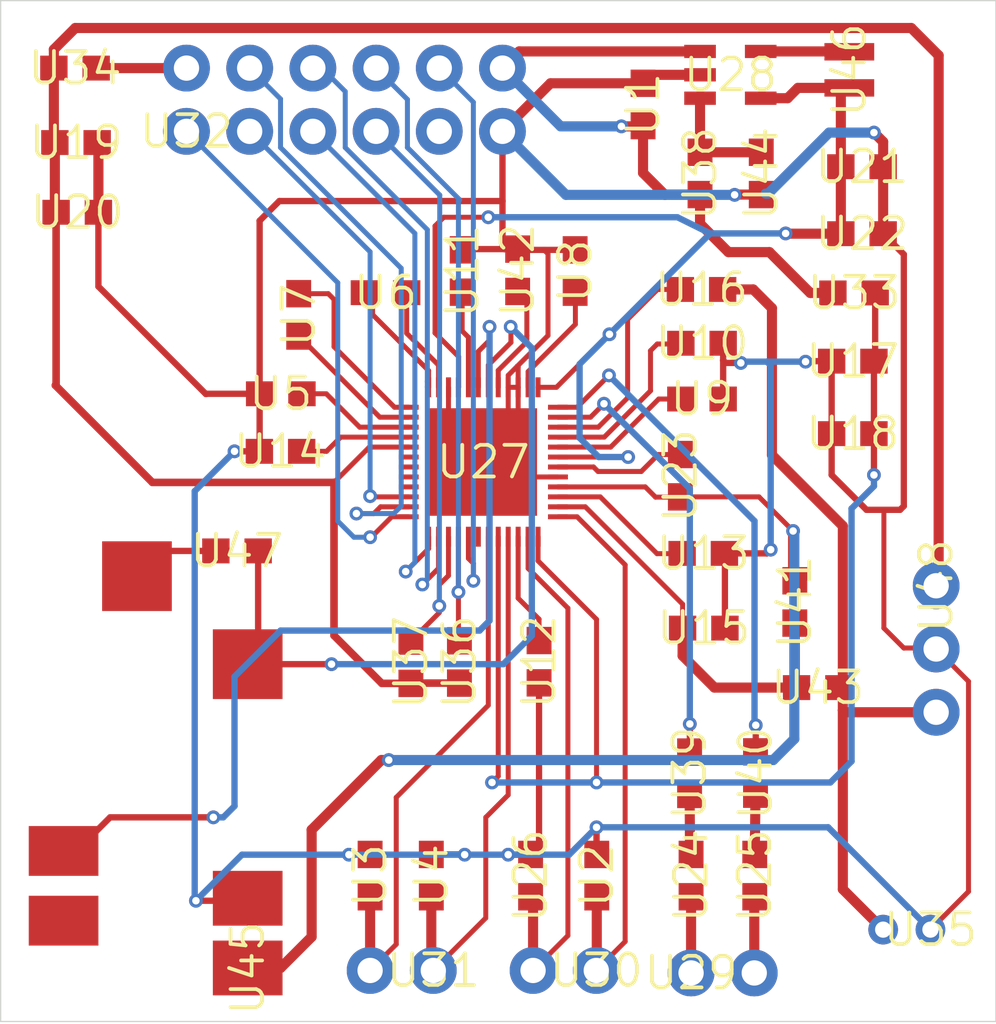
<source format=kicad_pcb>
(kicad_pcb (version 20241229) (generator "pcbnew") (generator_version "9.0")
  (layers (0 "F.Cu" signal "Top") (2 "B.Cu" signal "Bottom") (13 "F.Paste" user) (15 "B.Paste" user) (5 "F.SilkS" user) (7 "B.SilkS" user) (1 "F.Mask" user) (3 "B.Mask" user) (25 "Edge.Cuts" user))
  (net 0 "")
  (net 1 "GND")
  (net 2 "3.3V")
  (net 3 "5V")
  (net 4 "/SPKVDD")
  (net 5 "/SPOLN")
  (net 6 "Net-(C20-Pad2)")
  (net 7 "/SPORP")
  (net 8 "/SPORN")
  (net 9 "Net-(IC1-Pad42)")
  (net 10 "/XAUDIO_IRQ")
  (net 11 "/XAUDIO_SDA")
  (net 12 "/XADUIO_SCL")
  (net 13 "/XAUDIO_I2S0_MCLK")
  (net 14 "/XADUIO_I2S0_BCLK")
  (net 15 "/XADUIO_I2S0_LRCKL")
  (net 16 "/XAUDIO_I2S0_DIN")
  (net 17 "/XAUDIO_I2S0_DOUT")
  (net 18 "Net-(IC1-Pad33)")
  (net 19 "Net-(IC1-Pad32)")
  (net 20 "Net-(IC1-Pad31)")
  (net 21 "Net-(IC1-Pad30)")
  (net 22 "/3.3VDD")
  (net 23 "Net-(C22-Pad2)")
  (net 24 "Net-(C14-Pad1)")
  (net 25 "Net-(C16-Pad2)")
  (net 26 "Net-(C16-Pad1)")
  (net 27 "Net-(C15-Pad1)")
  (net 28 "Net-(C15-Pad2)")
  (net 29 "/1.8VDD")
  (net 30 "Net-(C2-Pad1)")
  (net 31 "/HPOR")
  (net 32 "/HPOL")
  (net 33 "/CPVREF")
  (net 34 "Net-(C17-Pad2)")
  (net 35 "/LOUTR")
  (net 36 "/LOUTL")
  (net 37 "Net-(C24-Pad2)")
  (net 38 "Net-(C19-Pad2)")
  (net 39 "Net-(C18-Pad2)")
  (net 40 "Net-(C6-Pad2)")
  (net 41 "/IN1P")
  (net 42 "Net-(C21-Pad2)")
  (net 43 "/MICBIAS1")
  (net 44 "/SPOLP")
  (net 45 "/IN2P")
  (net 46 "Net-(U1-Pad6)")
  (net 47 "Net-(R10-Pad2)")
  (net 48 "Net-(C8-Pad2)")
  (net 49 "Net-(C7-Pad2)")
  (net 50 "Net-(J4-Pad9)")
  (net 51 "Net-(C7-Pad1)")
  (net 52 "Net-(C8-Pad1)")
  (net 53 "Net-(IC2-Pad5)")
  (net 54 "Net-(IC2-Pad3)")
  (footprint "audioCodec:0603" (layer "F.Cu") (at 154.3211 88.6736 -90)
    (property "Reference" "U1")
    (property "Value" "")
  )
  (footprint "audioCodec:0603" (layer "F.Cu") (at 152.4611 119.6436 90)
    (property "Reference" "U2")
    (property "Value" "")
  )
  (footprint "audioCodec:0603" (layer "F.Cu") (at 143.3511 119.6436 90)
    (property "Reference" "U3")
    (property "Value" "")
  )
  (footprint "audioCodec:0603" (layer "F.Cu") (at 145.8111 119.6436 90)
    (property "Reference" "U4")
    (property "Value" "")
  )
  (footprint "audioCodec:0603" (layer "F.Cu") (at 139.7611 100.2936 180)
    (property "Reference" "U5")
    (property "Value" "")
  )
  (footprint "audioCodec:0603" (layer "F.Cu") (at 143.9711 96.2336)
    (property "Reference" "U6")
    (property "Value" "")
  )
  (footprint "audioCodec:0603" (layer "F.Cu") (at 140.4811 97.1236 -90)
    (property "Reference" "U7")
    (property "Value" "")
  )
  (footprint "audioCodec:0603" (layer "F.Cu") (at 151.5911 95.3636 -90)
    (property "Reference" "U8")
    (property "Value" "")
  )
  (footprint "audioCodec:0603" (layer "F.Cu") (at 156.6911 100.5036 180)
    (property "Reference" "U9")
    (property "Value" "")
  )
  (footprint "audioCodec:0603" (layer "F.Cu") (at 156.6911 98.2636 180)
    (property "Reference" "U10")
    (property "Value" "")
  )
  (footprint "audioCodec:0603" (layer "F.Cu") (at 147.0511 95.3636 90)
    (property "Reference" "U11")
    (property "Value" "")
  )
  (footprint "audioCodec:0603" (layer "F.Cu") (at 150.1411 111.0536 90)
    (property "Reference" "U12")
    (property "Value" "")
  )
  (footprint "audioCodec:0603" (layer "F.Cu") (at 156.7411 106.7036 180)
    (property "Reference" "U13")
    (property "Value" "")
  )
  (footprint "audioCodec:0603" (layer "F.Cu") (at 139.7511 102.6036)
    (property "Reference" "U14")
    (property "Value" "")
  )
  (footprint "audioCodec:0603" (layer "F.Cu") (at 156.7611 109.7036 180)
    (property "Reference" "U15")
    (property "Value" "")
  )
  (footprint "audioCodec:0603" (layer "F.Cu") (at 156.6711 96.1036 180)
    (property "Reference" "U16")
    (property "Value" "")
  )
  (footprint "audioCodec:0603" (layer "F.Cu") (at 162.7511 98.9836 180)
    (property "Reference" "U17")
    (property "Value" "")
  )
  (footprint "audioCodec:0603" (layer "F.Cu") (at 162.7511 101.8936 180)
    (property "Reference" "U18")
    (property "Value" "")
  )
  (footprint "audioCodec:0603" (layer "F.Cu") (at 131.5311 90.2036)
    (property "Reference" "U19")
    (property "Value" "")
  )
  (footprint "audioCodec:0603" (layer "F.Cu") (at 131.5811 93.0036)
    (property "Reference" "U20")
    (property "Value" "")
  )
  (footprint "audioCodec:0603" (layer "F.Cu") (at 163.1211 91.1736)
    (property "Reference" "U21")
    (property "Value" "")
  )
  (footprint "audioCodec:0603" (layer "F.Cu") (at 163.1211 93.8636)
    (property "Reference" "U22")
    (property "Value" "")
  )
  (footprint "audioCodec:0603" (layer "F.Cu") (at 155.8211 103.5836 90)
    (property "Reference" "U23")
    (property "Value" "")
  )
  (footprint "audioCodec:0603" (layer "F.Cu") (at 156.2511 119.6436 -90)
    (property "Reference" "U24")
    (property "Value" "")
  )
  (footprint "audioCodec:0603" (layer "F.Cu") (at 158.8111 119.6436 -90)
    (property "Reference" "U25")
    (property "Value" "")
  )
  (footprint "audioCodec:0603" (layer "F.Cu") (at 149.8011 119.6436 90)
    (property "Reference" "U26")
    (property "Value" "")
  )
  (footprint "audioCodec:QFN50P700X700X100-49N" (layer "F.Cu") (at 147.9011 103.0336 180)
    (property "Reference" "U27")
    (property "Value" "")
  )
  (footprint "audioCodec:SOT95P284X122-5N" (layer "F.Cu") (at 157.8311 87.4836)
    (property "Reference" "U28")
    (property "Value" "")
  )
  (footprint "audioCodec:1X02" (layer "F.Cu") (at 156.2511 123.5536)
    (property "Reference" "U29")
    (property "Value" "")
  )
  (footprint "audioCodec:1X02" (layer "F.Cu") (at 152.4411 123.4536 180)
    (property "Reference" "U30")
    (property "Value" "")
  )
  (footprint "audioCodec:1X02" (layer "F.Cu") (at 145.8911 123.4536 180)
    (property "Reference" "U31")
    (property "Value" "")
  )
  (footprint "audioCodec:2X6" (layer "F.Cu") (at 135.9711 89.7536)
    (property "Reference" "U32")
    (property "Value" "")
  )
  (footprint "audioCodec:0603" (layer "F.Cu") (at 162.8011 96.2436 180)
    (property "Reference" "U33")
    (property "Value" "")
  )
  (footprint "audioCodec:0603" (layer "F.Cu") (at 131.4911 87.2136)
    (property "Reference" "U34")
    (property "Value" "")
  )
  (footprint "audioCodec:CMC-2242PBL-A" (layer "F.Cu") (at 165.8711 121.8136 180)
    (property "Reference" "U35")
    (property "Value" "")
  )
  (footprint "audioCodec:0603" (layer "F.Cu") (at 146.9411 111.0636 90)
    (property "Reference" "U36")
    (property "Value" "")
  )
  (footprint "audioCodec:0603" (layer "F.Cu") (at 144.9911 111.0736 90)
    (property "Reference" "U37")
    (property "Value" "")
  )
  (footprint "audioCodec:0603" (layer "F.Cu") (at 156.6111 91.4436 90)
    (property "Reference" "U38")
    (property "Value" "")
  )
  (footprint "audioCodec:0603" (layer "F.Cu") (at 156.1911 115.5336 -90)
    (property "Reference" "U39")
    (property "Value" "")
  )
  (footprint "audioCodec:0603" (layer "F.Cu") (at 158.8411 115.5236 -90)
    (property "Reference" "U40")
    (property "Value" "")
  )
  (footprint "audioCodec:0603" (layer "F.Cu") (at 160.4211 108.6536 90)
    (property "Reference" "U41")
    (property "Value" "")
  )
  (footprint "audioCodec:0603" (layer "F.Cu") (at 149.2811 95.3336 90)
    (property "Reference" "U42")
    (property "Value" "")
  )
  (footprint "audioCodec:0603" (layer "F.Cu") (at 161.3411 112.0936)
    (property "Reference" "U43")
    (property "Value" "")
  )
  (footprint "audioCodec:0603" (layer "F.Cu") (at 159.0711 91.4436 90)
    (property "Reference" "U44")
    (property "Value" "")
  )
  (footprint "audioCodec:SJ-43514-SMT-TR" (layer "F.Cu") (at 138.4311 123.3536 90)
    (property "Reference" "U45")
    (property "Value" "")
  )
  (footprint "audioCodec:NRH2412T2R2MNGH" (layer "F.Cu") (at 162.6111 87.2836 -90)
    (property "Reference" "U46")
    (property "Value" "")
  )
  (footprint "audioCodec:0603" (layer "F.Cu") (at 138.0011 106.6036 180)
    (property "Reference" "U47")
    (property "Value" "")
  )
  (footprint "audioCodec:1X03" (layer "F.Cu") (at 166.1011 108.0036 -90)
    (property "Reference" "U48")
    (property "Value" "")
  )
  (gr_line (start 168.5011 84.5036) (end 128.5011 84.5036) (stroke (width 0.05)) (layer "Edge.Cuts"))
  (gr_line (start 168.5011 125.5036) (end 168.5011 84.5036) (stroke (width 0.05)) (layer "Edge.Cuts"))
  (gr_line (start 128.5011 125.5036) (end 168.5011 125.5036) (stroke (width 0.05)) (layer "Edge.Cuts"))
  (gr_line (start 128.5011 84.5036) (end 128.5011 125.5036) (stroke (width 0.05)) (layer "Edge.Cuts"))
  (segment (start 142.5111 118.7936) (end 142.5011 118.8036) (width 0.254) (layer "F.Cu") (net 1))
  (segment (start 150.6011 87.8236) (end 148.6711 89.7536) (width 0.4064) (layer "F.Cu") (net 1))
  (segment (start 132.4311 95.9836) (end 136.7511 100.3036) (width 0.254) (layer "F.Cu") (net 1))
  (segment (start 148.5311 103.6636) (end 147.9011 103.0336) (width 0.2) (layer "F.Cu") (net 1))
  (segment (start 136.7511 100.3036) (end 136.7611 100.2936) (width 0.254) (layer "F.Cu") (net 1))
  (segment (start 148.6711 89.7536) (end 148.6711 92.5536) (width 0.254) (layer "F.Cu") (net 1))
  (segment (start 161.9011 101.8936) (end 161.9011 98.9836) (width 0.254) (layer "F.Cu") (net 1))
  (segment (start 150.1411 118.4536) (end 149.8011 118.7936) (width 0.254) (layer "F.Cu") (net 1))
  (segment (start 137.8011 102.6036) (end 137.9011 102.6036) (width 0.254) (layer "F.Cu") (net 1))
  (segment (start 149.6511 101.2836) (end 149.3011 101.6336) (width 0.2) (layer "F.Cu") (net 1))
  (segment (start 132.4311 90.2536) (end 132.3811 90.2036) (width 0.4064) (layer "F.Cu") (net 1))
  (segment (start 154.6611 87.4836) (end 154.3211 87.8236) (width 0.4064) (layer "F.Cu") (net 1))
  (segment (start 149.2811 94.4836) (end 148.7511 94.4836) (width 0.254) (layer "F.Cu") (net 1))
  (segment (start 146.1511 101.2836) (end 146.3961 101.5286) (width 0.2) (layer "F.Cu") (net 1))
  (segment (start 148.6511 103.7836) (end 148.5311 103.6636) (width 0.2) (layer "F.Cu") (net 1))
  (segment (start 139.7011 92.5536) (end 146.1011 92.5536) (width 0.254) (layer "F.Cu") (net 1))
  (segment (start 132.4311 93.0036) (end 132.4311 95.9836) (width 0.254) (layer "F.Cu") (net 1))
  (segment (start 151.5911 94.5136) (end 150.3411 94.5136) (width 0.254) (layer "F.Cu") (net 1))
  (segment (start 138.9011 102.6036) (end 137.9011 102.6036) (width 0.254) (layer "F.Cu") (net 1))
  (segment (start 138.9111 100.2936) (end 138.9111 102.5936) (width 0.254) (layer "F.Cu") (net 1))
  (segment (start 164.0011 104.9536) (end 164.6511 104.9536) (width 0.254) (layer "F.Cu") (net 1))
  (segment (start 138.9111 102.5936) (end 138.9011 102.6036) (width 0.254) (layer "F.Cu") (net 1))
  (segment (start 161.9011 103.5536) (end 163.3011 104.9536) (width 0.254) (layer "F.Cu") (net 1))
  (segment (start 164.6511 104.9536) (end 164.8011 104.8036) (width 0.254) (layer "F.Cu") (net 1))
  (segment (start 150.1411 111.9036) (end 150.1411 118.4536) (width 0.254) (layer "F.Cu") (net 1))
  (segment (start 148.9911 101.9436) (end 147.9011 103.0336) (width 0.2) (layer "F.Cu") (net 1))
  (segment (start 148.6711 94.4036) (end 148.7511 94.4836) (width 0.254) (layer "F.Cu") (net 1))
  (segment (start 147.0811 94.4836) (end 147.0511 94.5136) (width 0.254) (layer "F.Cu") (net 1))
  (segment (start 138.9111 100.2936) (end 138.9111 93.3436) (width 0.254) (layer "F.Cu") (net 1))
  (segment (start 154.3211 87.8236) (end 150.6011 87.8236) (width 0.4064) (layer "F.Cu") (net 1))
  (segment (start 148.7511 94.4836) (end 147.0811 94.4836) (width 0.254) (layer "F.Cu") (net 1))
  (segment (start 149.3111 94.5136) (end 149.2811 94.4836) (width 0.254) (layer "F.Cu") (net 1))
  (segment (start 136.7611 100.2936) (end 138.9111 100.2936) (width 0.254) (layer "F.Cu") (net 1))
  (segment (start 150.3411 94.5136) (end 149.3111 94.5136) (width 0.254) (layer "F.Cu") (net 1))
  (segment (start 136.3511 120.6536) (end 138.3311 120.6536) (width 0.254) (layer "F.Cu") (net 1))
  (segment (start 138.3311 120.6536) (end 138.4311 120.5536) (width 0.254) (layer "F.Cu") (net 1))
  (segment (start 143.3511 118.7936) (end 142.5111 118.7936) (width 0.254) (layer "F.Cu") (net 1))
  (segment (start 148.6711 92.5536) (end 148.6711 94.4036) (width 0.254) (layer "F.Cu") (net 1))
  (segment (start 149.3011 101.6336) (end 148.9911 101.9436) (width 0.2) (layer "F.Cu") (net 1))
  (segment (start 138.9111 93.3436) (end 139.7011 92.5536) (width 0.254) (layer "F.Cu") (net 1))
  (segment (start 163.3011 104.9536) (end 164.0011 104.9536) (width 0.254) (layer "F.Cu") (net 1))
  (segment (start 146.1011 92.5536) (end 148.6711 92.5536) (width 0.254) (layer "F.Cu") (net 1))
  (segment (start 146.3961 101.5286) (end 147.9011 103.0336) (width 0.2) (layer "F.Cu") (net 1))
  (segment (start 132.4311 93.0036) (end 132.4311 90.2536) (width 0.4064) (layer "F.Cu") (net 1))
  (segment (start 156.6119 87.4836) (end 154.6611 87.4836) (width 0.4064) (layer "F.Cu") (net 1))
  (segment (start 161.9011 101.8936) (end 161.9011 103.5536) (width 0.254) (layer "F.Cu") (net 1))
  (segment (start 149.3011 100.0336) (end 148.9011 100.0336) (width 0.2) (layer "F.Cu") (net 1))
  (segment (start 149.3011 99.2236) (end 149.2661 99.1886) (width 0.2) (layer "F.Cu") (net 1))
  (segment (start 148.9011 100.0336) (end 148.9011 101.8536) (width 0.2) (layer "F.Cu") (net 1))
  (segment (start 157.6111 106.7236) (end 157.5911 106.7036) (width 0.254) (layer "F.Cu") (net 1))
  (segment (start 146.5011 100.0336) (end 146.5011 101.4236) (width 0.2) (layer "F.Cu") (net 1))
  (segment (start 148.9011 100.0336) (end 148.9011 99.5536) (width 0.2) (layer "F.Cu") (net 1))
  (segment (start 157.5911 106.7036) (end 159.3011 106.7036) (width 0.254) (layer "F.Cu") (net 1))
  (segment (start 159.0711 92.2936) (end 158.1111 92.2936) (width 0.4064) (layer "F.Cu") (net 1))
  (segment (start 148.9011 101.8536) (end 148.9911 101.9436) (width 0.2) (layer "F.Cu") (net 1))
  (segment (start 149.3011 100.0336) (end 149.3011 101.6336) (width 0.2) (layer "F.Cu") (net 1))
  (segment (start 149.7911 118.8036) (end 149.8011 118.7936) (width 0.254) (layer "F.Cu") (net 1))
  (segment (start 158.1111 92.2936) (end 158.1011 92.3036) (width 0.4064) (layer "F.Cu") (net 1))
  (segment (start 158.1011 92.3036) (end 158.0011 92.3036) (width 0.4064) (layer "F.Cu") (net 1))
  (segment (start 164.0011 109.7036) (end 164.8011 110.5036) (width 0.2) (layer "F.Cu") (net 1))
  (segment (start 166.1011 110.5436) (end 167.4011 111.8436) (width 0.2) (layer "F.Cu") (net 1))
  (segment (start 146.5011 101.4236) (end 146.3961 101.5286) (width 0.2) (layer "F.Cu") (net 1))
  (segment (start 157.5411 98.9536) (end 157.5411 100.5036) (width 0.254) (layer "F.Cu") (net 1))
  (segment (start 148.9011 118.8036) (end 149.7911 118.8036) (width 0.254) (layer "F.Cu") (net 1))
  (segment (start 157.5411 98.2636) (end 157.5411 98.9536) (width 0.254) (layer "F.Cu") (net 1))
  (segment (start 157.6111 109.7036) (end 157.6111 106.7236) (width 0.254) (layer "F.Cu") (net 1))
  (segment (start 161.9011 98.9836) (end 160.8711 98.9836) (width 0.254) (layer "F.Cu") (net 1))
  (segment (start 152.4511 117.7036) (end 152.4511 118.7836) (width 0.254) (layer "F.Cu") (net 1))
  (segment (start 160.8711 98.9836) (end 160.8511 99.0036) (width 0.254) (layer "F.Cu") (net 1))
  (segment (start 152.4511 118.7836) (end 152.4611 118.7936) (width 0.254) (layer "F.Cu") (net 1))
  (segment (start 147.1411 118.7936) (end 145.8111 118.7936) (width 0.254) (layer "F.Cu") (net 1))
  (segment (start 158.2511 99.0536) (end 157.6411 99.0536) (width 0.254) (layer "F.Cu") (net 1))
  (segment (start 159.3011 106.7036) (end 159.4511 106.5536) (width 0.254) (layer "F.Cu") (net 1))
  (segment (start 146.1511 92.6036) (end 146.1011 92.5536) (width 0.254) (layer "F.Cu") (net 1))
  (segment (start 164.0011 104.9536) (end 164.0011 109.7036) (width 0.2) (layer "F.Cu") (net 1))
  (segment (start 164.8011 110.5036) (end 166.0611 110.5036) (width 0.2) (layer "F.Cu") (net 1))
  (segment (start 166.0611 110.5036) (end 166.1011 110.5436) (width 0.2) (layer "F.Cu") (net 1))
  (segment (start 167.4011 120.2836) (end 165.8711 121.8136) (width 0.2) (layer "F.Cu") (net 1))
  (segment (start 167.4011 111.8436) (end 167.4011 120.2836) (width 0.2) (layer "F.Cu") (net 1))
  (segment (start 148.9011 99.5536) (end 149.2661 99.1886) (width 0.2) (layer "F.Cu") (net 1))
  (segment (start 157.6411 99.0536) (end 157.5411 98.9536) (width 0.254) (layer "F.Cu") (net 1))
  (segment (start 149.2661 99.1886) (end 150.5011 97.9536) (width 0.2) (layer "F.Cu") (net 1))
  (segment (start 150.5011 97.9536) (end 150.5011 94.6736) (width 0.2) (layer "F.Cu") (net 1))
  (segment (start 147.1511 118.8036) (end 147.1411 118.7936) (width 0.254) (layer "F.Cu") (net 1))
  (segment (start 150.5011 94.6736) (end 150.3411 94.5136) (width 0.2) (layer "F.Cu") (net 1))
  (segment (start 149.3011 100.0336) (end 149.3011 99.2236) (width 0.2) (layer "F.Cu") (net 1))
  (segment (start 164.8011 104.8036) (end 164.8011 94.6936) (width 0.254) (layer "F.Cu") (net 1))
  (segment (start 163.9711 90.1736) (end 163.6011 89.8036) (width 0.4064) (layer "F.Cu") (net 1))
  (segment (start 163.9711 91.1736) (end 163.9711 90.1736) (width 0.4064) (layer "F.Cu") (net 1))
  (segment (start 164.8011 94.6936) (end 163.9711 93.8636) (width 0.254) (layer "F.Cu") (net 1))
  (segment (start 150.9011 103.6336) (end 148.5611 103.6336) (width 0.2) (layer "F.Cu") (net 1))
  (segment (start 148.5611 103.6336) (end 148.5311 103.6636) (width 0.2) (layer "F.Cu") (net 1))
  (segment (start 163.9711 91.1736) (end 163.9711 93.8636) (width 0.4064) (layer "F.Cu") (net 1))
  (via (at 147.1511 118.8036) (size 0.554) (drill 0.3) (layers "F.Cu" "B.Cu") (net 1))
  (via (at 137.9011 102.6036) (size 0.554) (drill 0.3) (layers "F.Cu" "B.Cu") (net 1))
  (via (at 136.3511 120.6536) (size 0.554) (drill 0.3) (layers "F.Cu" "B.Cu") (net 1))
  (via (at 142.5011 118.8036) (size 0.554) (drill 0.3) (layers "F.Cu" "B.Cu") (net 1))
  (via (at 159.4511 106.5536) (size 0.554) (drill 0.3) (layers "F.Cu" "B.Cu") (net 1))
  (via (at 160.8511 99.0036) (size 0.554) (drill 0.3) (layers "F.Cu" "B.Cu") (net 1))
  (via (at 148.9011 118.8036) (size 0.554) (drill 0.3) (layers "F.Cu" "B.Cu") (net 1))
  (via (at 158.2511 99.0536) (size 0.554) (drill 0.3) (layers "F.Cu" "B.Cu") (net 1))
  (via (at 163.6011 89.8036) (size 0.554) (drill 0.3) (layers "F.Cu" "B.Cu") (net 1))
  (via (at 152.4511 117.7036) (size 0.554) (drill 0.3) (layers "F.Cu" "B.Cu") (net 1))
  (via (at 158.0011 92.3036) (size 0.554) (drill 0.3) (layers "F.Cu" "B.Cu") (net 1))
  (segment (start 142.5011 118.8036) (end 147.1511 118.8036) (width 0.254) (layer "B.Cu") (net 1))
  (segment (start 137.9011 102.6036) (end 136.3011 104.2036) (width 0.254) (layer "B.Cu") (net 1))
  (segment (start 136.3011 104.2036) (end 136.3011 120.6536) (width 0.254) (layer "B.Cu") (net 1))
  (segment (start 136.3011 120.6536) (end 136.3511 120.6536) (width 0.254) (layer "B.Cu") (net 1))
  (segment (start 142.5011 118.8036) (end 138.2011 118.8036) (width 0.254) (layer "B.Cu") (net 1))
  (segment (start 138.2011 118.8036) (end 136.3511 120.6536) (width 0.254) (layer "B.Cu") (net 1))
  (segment (start 159.3511 92.2536) (end 159.2511 92.2536) (width 0.4064) (layer "B.Cu") (net 1))
  (segment (start 147.1511 118.8036) (end 148.9011 118.8036) (width 0.254) (layer "B.Cu") (net 1))
  (segment (start 159.4511 99.1536) (end 159.3011 99.0036) (width 0.254) (layer "B.Cu") (net 1))
  (segment (start 151.2211 92.3036) (end 148.6711 89.7536) (width 0.4064) (layer "B.Cu") (net 1))
  (segment (start 152.4511 117.7036) (end 161.7611 117.7036) (width 0.254) (layer "B.Cu") (net 1))
  (segment (start 158.2011 99.0536) (end 158.2511 99.0536) (width 0.254) (layer "B.Cu") (net 1))
  (segment (start 163.6011 89.8036) (end 161.8011 89.8036) (width 0.4064) (layer "B.Cu") (net 1))
  (segment (start 148.9011 118.8036) (end 151.3511 118.8036) (width 0.254) (layer "B.Cu") (net 1))
  (segment (start 159.3011 99.0036) (end 158.2511 99.0036) (width 0.254) (layer "B.Cu") (net 1))
  (segment (start 158.2511 99.0036) (end 158.2011 99.0536) (width 0.254) (layer "B.Cu") (net 1))
  (segment (start 160.8511 99.0036) (end 159.3011 99.0036) (width 0.254) (layer "B.Cu") (net 1))
  (segment (start 158.0011 92.3036) (end 151.2211 92.3036) (width 0.4064) (layer "B.Cu") (net 1))
  (segment (start 159.4511 106.5536) (end 159.4511 99.1536) (width 0.254) (layer "B.Cu") (net 1))
  (segment (start 161.8011 89.8036) (end 159.3511 92.2536) (width 0.4064) (layer "B.Cu") (net 1))
  (segment (start 151.3511 118.8036) (end 152.4511 117.7036) (width 0.254) (layer "B.Cu") (net 1))
  (segment (start 161.7611 117.7036) (end 165.8711 121.8136) (width 0.254) (layer "B.Cu") (net 1))
  (segment (start 135.9711 87.2136) (end 132.3411 87.2136) (width 0.4064) (layer "F.Cu") (net 2))
  (segment (start 161.0411 96.2436) (end 161.9511 96.2436) (width 0.4064) (layer "F.Cu") (net 3))
  (segment (start 153.4511 89.5536) (end 154.2911 89.5536) (width 0.4064) (layer "F.Cu") (net 3))
  (segment (start 157.7511 94.6036) (end 159.4011 94.6036) (width 0.4064) (layer "F.Cu") (net 3))
  (segment (start 149.3409 86.5438) (end 148.6711 87.2136) (width 0.4064) (layer "F.Cu") (net 3))
  (segment (start 156.6119 86.5438) (end 149.3409 86.5438) (width 0.4064) (layer "F.Cu") (net 3))
  (segment (start 156.6111 92.2936) (end 156.6111 93.4636) (width 0.4064) (layer "F.Cu") (net 3))
  (segment (start 154.2911 89.5536) (end 154.3211 89.5236) (width 0.4064) (layer "F.Cu") (net 3))
  (segment (start 155.2011 92.3036) (end 155.2111 92.2936) (width 0.4064) (layer "F.Cu") (net 3))
  (segment (start 154.3211 89.5236) (end 154.3211 91.4236) (width 0.4064) (layer "F.Cu") (net 3))
  (segment (start 154.3211 91.4236) (end 155.2011 92.3036) (width 0.4064) (layer "F.Cu") (net 3))
  (segment (start 159.4011 94.6036) (end 161.0411 96.2436) (width 0.4064) (layer "F.Cu") (net 3))
  (segment (start 155.2111 92.2936) (end 156.6111 92.2936) (width 0.4064) (layer "F.Cu") (net 3))
  (segment (start 156.6111 93.4636) (end 157.7511 94.6036) (width 0.4064) (layer "F.Cu") (net 3))
  (via (at 153.4511 89.5536) (size 0.554) (drill 0.3) (layers "F.Cu" "B.Cu") (net 3))
  (segment (start 148.6711 87.2136) (end 151.0111 89.5536) (width 0.4064) (layer "B.Cu") (net 3))
  (segment (start 151.0111 89.5536) (end 153.4511 89.5536) (width 0.4064) (layer "B.Cu") (net 3))
  (segment (start 163.6511 96.2436) (end 163.6511 98.9336) (width 0.254) (layer "F.Cu") (net 4))
  (segment (start 163.6511 98.9336) (end 163.6011 98.9836) (width 0.254) (layer "F.Cu") (net 4))
  (segment (start 163.6011 98.9836) (end 163.6011 101.8936) (width 0.254) (layer "F.Cu") (net 4))
  (segment (start 163.6011 103.5536) (end 163.6011 101.8936) (width 0.254) (layer "F.Cu") (net 4))
  (segment (start 148.5011 106.0336) (end 148.5011 115.6536) (width 0.2) (layer "F.Cu") (net 4))
  (segment (start 148.5011 115.6536) (end 148.2511 115.9036) (width 0.2) (layer "F.Cu") (net 4))
  (segment (start 152.4511 115.9036) (end 152.4511 109.3536) (width 0.2) (layer "F.Cu") (net 4))
  (segment (start 152.4511 109.3536) (end 150.1011 107.0036) (width 0.2) (layer "F.Cu") (net 4))
  (segment (start 150.1011 107.0036) (end 150.1011 106.0336) (width 0.2) (layer "F.Cu") (net 4))
  (via (at 163.6011 103.5536) (size 0.554) (drill 0.3) (layers "F.Cu" "B.Cu") (net 4))
  (via (at 152.4511 115.9036) (size 0.554) (drill 0.3) (layers "F.Cu" "B.Cu") (net 4))
  (via (at 148.2511 115.9036) (size 0.554) (drill 0.3) (layers "F.Cu" "B.Cu") (net 4))
  (segment (start 161.8511 115.9036) (end 152.4511 115.9036) (width 0.254) (layer "B.Cu") (net 4))
  (segment (start 148.2511 115.9036) (end 152.4511 115.9036) (width 0.254) (layer "B.Cu") (net 4))
  (segment (start 161.8511 115.9036) (end 162.7011 115.0536) (width 0.254) (layer "B.Cu") (net 4))
  (segment (start 162.7011 115.0536) (end 162.7011 104.9036) (width 0.254) (layer "B.Cu") (net 4))
  (segment (start 162.7011 104.9036) (end 163.6011 104.0036) (width 0.254) (layer "B.Cu") (net 4))
  (segment (start 163.6011 104.0036) (end 163.6011 103.5536) (width 0.254) (layer "B.Cu") (net 4))
  (segment (start 149.7011 106.0336) (end 149.7011 107.3036) (width 0.2) (layer "F.Cu") (net 5))
  (segment (start 149.7011 107.3036) (end 151.3011 108.9036) (width 0.2) (layer "F.Cu") (net 5))
  (segment (start 151.3011 108.9036) (end 151.3011 122.0536) (width 0.2) (layer "F.Cu") (net 5))
  (segment (start 149.9011 120.5936) (end 149.9011 123.4536) (width 0.4064) (layer "F.Cu") (net 5))
  (segment (start 149.8011 120.4936) (end 149.9011 120.5936) (width 0.4064) (layer "F.Cu") (net 5))
  (segment (start 151.3011 122.0536) (end 149.9011 123.4536) (width 0.2) (layer "F.Cu") (net 5))
  (segment (start 149.3011 108.5036) (end 150.1411 109.3436) (width 0.2) (layer "F.Cu") (net 6))
  (segment (start 150.1411 109.3436) (end 150.1411 110.2036) (width 0.2) (layer "F.Cu") (net 6))
  (segment (start 149.3011 106.0336) (end 149.3011 108.5036) (width 0.2) (layer "F.Cu") (net 6))
  (segment (start 148.0011 117.3036) (end 148.0011 121.3436) (width 0.2) (layer "F.Cu") (net 7))
  (segment (start 148.0011 121.3436) (end 145.8911 123.4536) (width 0.2) (layer "F.Cu") (net 7))
  (segment (start 148.9011 106.0336) (end 148.9011 116.4036) (width 0.2) (layer "F.Cu") (net 7))
  (segment (start 148.9011 116.4036) (end 148.0011 117.3036) (width 0.2) (layer "F.Cu") (net 7))
  (segment (start 145.8111 123.3736) (end 145.8911 123.4536) (width 0.4064) (layer "F.Cu") (net 7))
  (segment (start 145.8111 120.4936) (end 145.8111 123.3736) (width 0.4064) (layer "F.Cu") (net 7))
  (segment (start 144.4011 122.4036) (end 143.3511 123.4536) (width 0.2) (layer "F.Cu") (net 8))
  (segment (start 148.1011 112.8036) (end 144.4011 116.5036) (width 0.2) (layer "F.Cu") (net 8))
  (segment (start 143.3511 120.4936) (end 143.3511 123.4536) (width 0.4064) (layer "F.Cu") (net 8))
  (segment (start 148.1011 106.0336) (end 148.1011 112.8036) (width 0.2) (layer "F.Cu") (net 8))
  (segment (start 144.4011 116.5036) (end 144.4011 122.4036) (width 0.2) (layer "F.Cu") (net 8))
  (segment (start 147.3011 106.0336) (end 147.3011 106.9036) (width 0.2) (layer "F.Cu") (net 10))
  (segment (start 147.5011 107.1036) (end 147.5011 107.8036) (width 0.2) (layer "F.Cu") (net 10))
  (segment (start 147.3011 106.9036) (end 147.5011 107.1036) (width 0.2) (layer "F.Cu") (net 10))
  (via (at 147.5011 107.8036) (size 0.554) (drill 0.3) (layers "F.Cu" "B.Cu") (net 10))
  (segment (start 147.5011 88.5836) (end 146.1311 87.2136) (width 0.2) (layer "B.Cu") (net 10))
  (segment (start 147.5011 107.8036) (end 147.5011 88.5836) (width 0.2) (layer "B.Cu") (net 10))
  (segment (start 146.9011 108.2536) (end 146.9011 110.1736) (width 0.2) (layer "F.Cu") (net 11))
  (segment (start 146.9011 110.1736) (end 146.9411 110.2136) (width 0.2) (layer "F.Cu") (net 11))
  (segment (start 146.9011 106.0336) (end 146.9011 108.2536) (width 0.2) (layer "F.Cu") (net 11))
  (via (at 146.9011 108.2536) (size 0.554) (drill 0.3) (layers "F.Cu" "B.Cu") (net 11))
  (segment (start 146.9011 92.5536) (end 146.9511 92.5036) (width 0.2) (layer "B.Cu") (net 11))
  (segment (start 146.9511 92.5036) (end 144.8511 90.4036) (width 0.2) (layer "B.Cu") (net 11))
  (segment (start 146.9011 108.2536) (end 146.9011 92.5536) (width 0.2) (layer "B.Cu") (net 11))
  (segment (start 144.8511 88.4736) (end 143.5911 87.2136) (width 0.2) (layer "B.Cu") (net 11))
  (segment (start 144.8511 90.4036) (end 144.8511 88.4736) (width 0.2) (layer "B.Cu") (net 11))
  (segment (start 146.1311 107.9636) (end 146.1311 108.8136) (width 0.2) (layer "F.Cu") (net 12))
  (segment (start 146.5011 106.0336) (end 146.5011 107.5936) (width 0.2) (layer "F.Cu") (net 12))
  (segment (start 146.5011 107.5936) (end 146.1311 107.9636) (width 0.2) (layer "F.Cu") (net 12))
  (segment (start 146.1311 109.0836) (end 144.9911 110.2236) (width 0.2) (layer "F.Cu") (net 12))
  (segment (start 146.1311 108.8136) (end 146.1311 109.0836) (width 0.2) (layer "F.Cu") (net 12))
  (via (at 146.1311 108.8136) (size 0.554) (drill 0.3) (layers "F.Cu" "B.Cu") (net 12))
  (segment (start 146.1311 108.8136) (end 146.1511 92.3136) (width 0.2) (layer "B.Cu") (net 12))
  (segment (start 146.1511 92.3136) (end 143.5911 89.7536) (width 0.2) (layer "B.Cu") (net 12))
  (segment (start 146.1011 107.3036) (end 145.4511 107.9536) (width 0.2) (layer "F.Cu") (net 13))
  (segment (start 146.1011 106.0336) (end 146.1011 107.3036) (width 0.2) (layer "F.Cu") (net 13))
  (via (at 145.4511 107.9536) (size 0.554) (drill 0.3) (layers "F.Cu" "B.Cu") (net 13))
  (segment (start 145.6511 100.0136) (end 145.6511 99.8036) (width 0.2) (layer "B.Cu") (net 13))
  (segment (start 145.6511 107.7536) (end 145.6511 100.0136) (width 0.2) (layer "B.Cu") (net 13))
  (segment (start 145.6511 93.7036) (end 142.3511 90.4036) (width 0.2) (layer "B.Cu") (net 13))
  (segment (start 141.4111 87.2136) (end 141.0511 87.2136) (width 0.2) (layer "B.Cu") (net 13))
  (segment (start 145.4511 107.9536) (end 145.6511 107.7536) (width 0.2) (layer "B.Cu") (net 13))
  (segment (start 142.3511 90.4036) (end 142.3511 88.1536) (width 0.2) (layer "B.Cu") (net 13))
  (segment (start 142.3511 88.1536) (end 141.4111 87.2136) (width 0.2) (layer "B.Cu") (net 13))
  (segment (start 145.6511 99.8036) (end 145.6511 93.7036) (width 0.2) (layer "B.Cu") (net 13))
  (segment (start 145.7011 106.0336) (end 145.7011 106.5136) (width 0.2) (layer "F.Cu") (net 14))
  (segment (start 145.7011 106.5136) (end 144.7811 107.4336) (width 0.2) (layer "F.Cu") (net 14))
  (via (at 144.7811 107.4336) (size 0.554) (drill 0.3) (layers "F.Cu" "B.Cu") (net 14))
  (segment (start 145.1511 107.0636) (end 144.7811 107.4336) (width 0.2) (layer "B.Cu") (net 14))
  (segment (start 141.0511 89.7536) (end 145.1511 93.8536) (width 0.2) (layer "B.Cu") (net 14))
  (segment (start 145.1511 93.8536) (end 145.1511 107.0636) (width 0.2) (layer "B.Cu") (net 14))
  (segment (start 144.9011 105.2336) (end 144.2211 105.2336) (width 0.2) (layer "F.Cu") (net 15))
  (segment (start 143.3511 106.1036) (end 143.3511 106.0536) (width 0.2) (layer "F.Cu") (net 15))
  (segment (start 144.2211 105.2336) (end 143.3511 106.1036) (width 0.2) (layer "F.Cu") (net 15))
  (via (at 143.3511 106.0536) (size 0.554) (drill 0.3) (layers "F.Cu" "B.Cu") (net 15))
  (segment (start 143.3511 106.0536) (end 142.7011 106.0536) (width 0.2) (layer "B.Cu") (net 15))
  (segment (start 142.7011 106.0536) (end 142.0511 105.4036) (width 0.2) (layer "B.Cu") (net 15))
  (segment (start 142.0511 105.4036) (end 142.0511 95.8336) (width 0.2) (layer "B.Cu") (net 15))
  (segment (start 142.0511 95.8336) (end 135.9711 89.7536) (width 0.2) (layer "B.Cu") (net 15))
  (segment (start 143.5011 105.1036) (end 142.8011 105.1036) (width 0.2) (layer "F.Cu") (net 16))
  (segment (start 143.7711 104.8336) (end 143.5011 105.1036) (width 0.2) (layer "F.Cu") (net 16))
  (segment (start 144.9011 104.8336) (end 143.7711 104.8336) (width 0.2) (layer "F.Cu") (net 16))
  (via (at 142.8011 105.1036) (size 0.554) (drill 0.3) (layers "F.Cu" "B.Cu") (net 16))
  (segment (start 142.8011 105.1036) (end 144.3011 105.1036) (width 0.2) (layer "B.Cu") (net 16))
  (segment (start 144.6011 95.2536) (end 139.7511 90.4036) (width 0.2) (layer "B.Cu") (net 16))
  (segment (start 144.3011 105.1036) (end 144.6011 104.8036) (width 0.2) (layer "B.Cu") (net 16))
  (segment (start 144.6011 104.8036) (end 144.6011 95.2536) (width 0.2) (layer "B.Cu") (net 16))
  (segment (start 139.7511 88.4536) (end 138.5111 87.2136) (width 0.2) (layer "B.Cu") (net 16))
  (segment (start 139.7511 90.4036) (end 139.7511 88.4536) (width 0.2) (layer "B.Cu") (net 16))
  (segment (start 143.3811 104.4336) (end 143.3511 104.4036) (width 0.2) (layer "F.Cu") (net 17))
  (segment (start 144.9011 104.4336) (end 143.3811 104.4336) (width 0.2) (layer "F.Cu") (net 17))
  (via (at 143.3511 104.4036) (size 0.554) (drill 0.3) (layers "F.Cu" "B.Cu") (net 17))
  (segment (start 143.3511 94.5936) (end 138.5111 89.7536) (width 0.2) (layer "B.Cu") (net 17))
  (segment (start 143.3511 104.4036) (end 143.3511 94.5936) (width 0.2) (layer "B.Cu") (net 17))
  (segment (start 144.9011 102.4336) (end 143.3211 102.4336) (width 0.2) (layer "F.Cu") (net 22))
  (segment (start 143.8211 111.9236) (end 141.9011 110.0036) (width 0.3048) (layer "F.Cu") (net 22))
  (segment (start 166.1011 108.0036) (end 166.2011 107.9036) (width 0.4064) (layer "F.Cu") (net 22))
  (segment (start 145.0011 111.9136) (end 144.9911 111.9236) (width 0.3048) (layer "F.Cu") (net 22))
  (segment (start 144.9911 111.9236) (end 143.8211 111.9236) (width 0.3048) (layer "F.Cu") (net 22))
  (segment (start 130.6811 90.2036) (end 130.6811 93.2436) (width 0.4064) (layer "F.Cu") (net 22))
  (segment (start 131.5011 85.6036) (end 165.1011 85.6036) (width 0.4064) (layer "F.Cu") (net 22))
  (segment (start 141.9011 110.0036) (end 141.9011 103.8536) (width 0.3048) (layer "F.Cu") (net 22))
  (segment (start 166.2011 86.7036) (end 165.1011 85.6036) (width 0.4064) (layer "F.Cu") (net 22))
  (segment (start 134.6011 103.8536) (end 130.7011 99.9536) (width 0.3048) (layer "F.Cu") (net 22))
  (segment (start 130.6811 93.2436) (end 130.7311 93.0036) (width 0.4064) (layer "F.Cu") (net 22))
  (segment (start 130.6411 87.2136) (end 130.6411 90.1636) (width 0.4064) (layer "F.Cu") (net 22))
  (segment (start 130.7311 99.9236) (end 130.7311 93.0036) (width 0.3048) (layer "F.Cu") (net 22))
  (segment (start 130.6411 90.1636) (end 130.6811 90.2036) (width 0.4064) (layer "F.Cu") (net 22))
  (segment (start 141.9011 103.8536) (end 134.6011 103.8536) (width 0.3048) (layer "F.Cu") (net 22))
  (segment (start 130.6411 87.2136) (end 130.6411 86.4636) (width 0.4064) (layer "F.Cu") (net 22))
  (segment (start 166.2011 107.9036) (end 166.2011 86.7036) (width 0.4064) (layer "F.Cu") (net 22))
  (segment (start 130.7011 99.9536) (end 130.7311 99.9236) (width 0.3048) (layer "F.Cu") (net 22))
  (segment (start 143.3211 102.4336) (end 141.9011 103.8536) (width 0.2) (layer "F.Cu") (net 22))
  (segment (start 146.9411 111.9136) (end 145.0011 111.9136) (width 0.3048) (layer "F.Cu") (net 22))
  (segment (start 130.6411 86.4636) (end 131.5011 85.6036) (width 0.4064) (layer "F.Cu") (net 22))
  (segment (start 142.1711 102.0336) (end 141.6011 102.6036) (width 0.2) (layer "F.Cu") (net 23))
  (segment (start 141.6011 102.6036) (end 140.6011 102.6036) (width 0.2) (layer "F.Cu") (net 23))
  (segment (start 144.9011 102.0336) (end 142.1711 102.0336) (width 0.2) (layer "F.Cu") (net 23))
  (segment (start 141.5911 100.2936) (end 140.6111 100.2936) (width 0.2) (layer "F.Cu") (net 24))
  (segment (start 140.6211 100.3036) (end 140.6111 100.2936) (width 0.2) (layer "F.Cu") (net 24))
  (segment (start 144.9011 101.6336) (end 142.9311 101.6336) (width 0.2) (layer "F.Cu") (net 24))
  (segment (start 142.9311 101.6336) (end 141.5911 100.2936) (width 0.2) (layer "F.Cu") (net 24))
  (segment (start 143.7411 101.2336) (end 144.9011 101.2336) (width 0.2) (layer "F.Cu") (net 25))
  (segment (start 140.4811 97.9736) (end 143.7411 101.2336) (width 0.2) (layer "F.Cu") (net 25))
  (segment (start 141.9011 98.4036) (end 141.9011 96.5036) (width 0.2) (layer "F.Cu") (net 26))
  (segment (start 141.9011 96.5036) (end 141.6711 96.2736) (width 0.2) (layer "F.Cu") (net 26))
  (segment (start 144.3311 100.8336) (end 141.9011 98.4036) (width 0.2) (layer "F.Cu") (net 26))
  (segment (start 141.6711 96.2736) (end 140.4811 96.2736) (width 0.2) (layer "F.Cu") (net 26))
  (segment (start 144.9011 100.8336) (end 144.3311 100.8336) (width 0.2) (layer "F.Cu") (net 26))
  (segment (start 143.4511 96.5636) (end 143.1211 96.2336) (width 0.2) (layer "F.Cu") (net 27))
  (segment (start 143.4511 97.1136) (end 143.4511 96.5636) (width 0.2) (layer "F.Cu") (net 27))
  (segment (start 145.7011 99.3636) (end 143.4511 97.1136) (width 0.2) (layer "F.Cu") (net 27))
  (segment (start 145.7011 100.0336) (end 145.7011 99.3636) (width 0.2) (layer "F.Cu") (net 27))
  (segment (start 143.1011 96.2536) (end 143.1211 96.2336) (width 0.2) (layer "F.Cu") (net 27))
  (segment (start 144.8211 97.8636) (end 146.1011 99.1436) (width 0.2) (layer "F.Cu") (net 28))
  (segment (start 146.1011 99.1436) (end 146.1011 100.0336) (width 0.2) (layer "F.Cu") (net 28))
  (segment (start 144.8211 96.2336) (end 144.8211 97.8636) (width 0.2) (layer "F.Cu") (net 28))
  (segment (start 162.4111 88.0086) (end 162.6111 88.0086) (width 0.4064) (layer "F.Cu") (net 29))
  (segment (start 148.1011 93.2036) (end 146.3111 93.2036) (width 0.2) (layer "F.Cu") (net 29))
  (segment (start 160.5461 88.0086) (end 162.4111 88.0086) (width 0.4064) (layer "F.Cu") (net 29))
  (segment (start 162.2711 91.1736) (end 162.2711 88.1486) (width 0.4064) (layer "F.Cu") (net 29))
  (segment (start 162.2711 88.1486) (end 162.4111 88.0086) (width 0.4064) (layer "F.Cu") (net 29))
  (segment (start 145.9611 97.8536) (end 146.9111 98.8036) (width 0.2) (layer "F.Cu") (net 29))
  (segment (start 162.2711 91.1736) (end 162.2711 93.8636) (width 0.4064) (layer "F.Cu") (net 29))
  (segment (start 162.2711 93.8636) (end 160.0611 93.8636) (width 0.4064) (layer "F.Cu") (net 29))
  (segment (start 160.0611 93.8636) (end 160.0511 93.8536) (width 0.4064) (layer "F.Cu") (net 29))
  (segment (start 159.0503 88.4234) (end 160.1313 88.4234) (width 0.4064) (layer "F.Cu") (net 29))
  (segment (start 160.1313 88.4234) (end 160.5461 88.0086) (width 0.4064) (layer "F.Cu") (net 29))
  (segment (start 150.8411 100.0336) (end 152.9711 97.9036) (width 0.2) (layer "F.Cu") (net 29))
  (segment (start 146.3111 93.2036) (end 145.9611 93.5536) (width 0.2) (layer "F.Cu") (net 29))
  (segment (start 145.9611 93.5536) (end 145.9611 97.8536) (width 0.2) (layer "F.Cu") (net 29))
  (segment (start 146.9111 100.0236) (end 146.9011 100.0336) (width 0.2) (layer "F.Cu") (net 29))
  (segment (start 150.9011 102.8336) (end 153.7211 102.8336) (width 0.2) (layer "F.Cu") (net 29))
  (segment (start 150.1011 100.0336) (end 150.8411 100.0336) (width 0.2) (layer "F.Cu") (net 29))
  (segment (start 146.9111 98.8036) (end 146.9111 100.0236) (width 0.2) (layer "F.Cu") (net 29))
  (via (at 148.1011 93.2036) (size 0.554) (drill 0.3) (layers "F.Cu" "B.Cu") (net 29))
  (via (at 153.7211 102.8336) (size 0.554) (drill 0.3) (layers "F.Cu" "B.Cu") (net 29))
  (via (at 152.9711 97.9036) (size 0.554) (drill 0.3) (layers "F.Cu" "B.Cu") (net 29))
  (via (at 160.0511 93.8536) (size 0.554) (drill 0.3) (layers "F.Cu" "B.Cu") (net 29))
  (segment (start 151.7711 102.0636) (end 152.5411 102.8336) (width 0.254) (layer "B.Cu") (net 29))
  (segment (start 152.9711 97.9036) (end 151.7711 99.1036) (width 0.254) (layer "B.Cu") (net 29))
  (segment (start 148.1011 93.2036) (end 155.7011 93.2036) (width 0.254) (layer "B.Cu") (net 29))
  (segment (start 160.0511 93.8536) (end 157.0211 93.8536) (width 0.254) (layer "B.Cu") (net 29))
  (segment (start 152.5411 102.8336) (end 153.7211 102.8336) (width 0.254) (layer "B.Cu") (net 29))
  (segment (start 155.7011 93.2036) (end 157.0211 93.8536) (width 0.254) (layer "B.Cu") (net 29))
  (segment (start 157.0211 93.8536) (end 152.9711 97.9036) (width 0.254) (layer "B.Cu") (net 29))
  (segment (start 151.7711 99.1036) (end 151.7711 102.0636) (width 0.254) (layer "B.Cu") (net 29))
  (segment (start 147.3011 98.0236) (end 147.3011 100.0336) (width 0.2) (layer "F.Cu") (net 30))
  (segment (start 147.0511 97.7736) (end 147.3011 98.0236) (width 0.2) (layer "F.Cu") (net 30))
  (segment (start 147.1511 96.3136) (end 147.0511 96.2136) (width 0.2) (layer "F.Cu") (net 30))
  (segment (start 147.0511 96.2136) (end 147.0511 97.7736) (width 0.2) (layer "F.Cu") (net 30))
  (segment (start 148.1511 97.6036) (end 148.1511 98.1436) (width 0.2) (layer "F.Cu") (net 31))
  (segment (start 131.5511 118.6536) (end 131.0311 118.6536) (width 0.254) (layer "F.Cu") (net 31))
  (segment (start 147.7011 98.5936) (end 147.7011 100.0336) (width 0.2) (layer "F.Cu") (net 31))
  (segment (start 137.0511 117.3036) (end 132.9011 117.3036) (width 0.254) (layer "F.Cu") (net 31))
  (segment (start 132.9011 117.3036) (end 131.5511 118.6536) (width 0.254) (layer "F.Cu") (net 31))
  (segment (start 148.1511 98.1436) (end 147.7011 98.5936) (width 0.2) (layer "F.Cu") (net 31))
  (via (at 137.0511 117.3036) (size 0.554) (drill 0.3) (layers "F.Cu" "B.Cu") (net 31))
  (via (at 148.1511 97.6036) (size 0.554) (drill 0.3) (layers "F.Cu" "B.Cu") (net 31))
  (segment (start 137.9011 111.6536) (end 137.9011 116.8536) (width 0.254) (layer "B.Cu") (net 31))
  (segment (start 137.4511 117.3036) (end 137.0511 117.3036) (width 0.254) (layer "B.Cu") (net 31))
  (segment (start 147.7511 109.8036) (end 139.7511 109.8036) (width 0.254) (layer "B.Cu") (net 31))
  (segment (start 148.1511 97.6036) (end 148.1511 109.4036) (width 0.254) (layer "B.Cu") (net 31))
  (segment (start 148.1511 109.4036) (end 147.7511 109.8036) (width 0.254) (layer "B.Cu") (net 31))
  (segment (start 139.7511 109.8036) (end 137.9011 111.6536) (width 0.254) (layer "B.Cu") (net 31))
  (segment (start 137.9011 116.8536) (end 137.4511 117.3036) (width 0.254) (layer "B.Cu") (net 31))
  (segment (start 148.1011 99.1436) (end 149.0111 98.2336) (width 0.2) (layer "F.Cu") (net 32))
  (segment (start 149.0111 98.2336) (end 149.0111 97.6136) (width 0.2) (layer "F.Cu") (net 32))
  (segment (start 149.0111 97.6136) (end 149.0011 97.6036) (width 0.2) (layer "F.Cu") (net 32))
  (segment (start 148.1011 100.0336) (end 148.1011 99.1436) (width 0.2) (layer "F.Cu") (net 32))
  (segment (start 138.4311 111.1536) (end 141.8011 111.1536) (width 0.254) (layer "F.Cu") (net 32))
  (segment (start 138.8511 110.7336) (end 138.4311 111.1536) (width 0.254) (layer "F.Cu") (net 32))
  (segment (start 141.8511 111.1536) (end 141.8011 111.1536) (width 0.254) (layer "F.Cu") (net 32))
  (segment (start 138.8511 106.6036) (end 138.8511 110.7336) (width 0.254) (layer "F.Cu") (net 32))
  (via (at 149.0011 97.6036) (size 0.554) (drill 0.3) (layers "F.Cu" "B.Cu") (net 32))
  (via (at 141.8011 111.1536) (size 0.554) (drill 0.3) (layers "F.Cu" "B.Cu") (net 32))
  (segment (start 149.8511 110.0036) (end 149.8511 98.4536) (width 0.254) (layer "B.Cu") (net 32))
  (segment (start 149.8511 98.4536) (end 149.0011 97.6036) (width 0.254) (layer "B.Cu") (net 32))
  (segment (start 148.7011 111.1536) (end 149.8511 110.0036) (width 0.254) (layer "B.Cu") (net 32))
  (segment (start 141.8011 111.1536) (end 148.7011 111.1536) (width 0.254) (layer "B.Cu") (net 32))
  (segment (start 149.6511 96.5536) (end 149.6511 97.9536) (width 0.2) (layer "F.Cu") (net 33))
  (segment (start 149.2811 96.1836) (end 149.6511 96.5536) (width 0.2) (layer "F.Cu") (net 33))
  (segment (start 149.6511 98.2036) (end 148.5011 99.3536) (width 0.2) (layer "F.Cu") (net 33))
  (segment (start 149.6511 97.9536) (end 149.6511 98.2036) (width 0.2) (layer "F.Cu") (net 33))
  (segment (start 148.5011 99.3536) (end 148.5011 100.0336) (width 0.2) (layer "F.Cu") (net 33))
  (segment (start 151.6011 97.5036) (end 151.6011 96.2236) (width 0.2) (layer "F.Cu") (net 34))
  (segment (start 149.7011 100.0336) (end 149.7011 99.4036) (width 0.2) (layer "F.Cu") (net 34))
  (segment (start 151.6011 96.2236) (end 151.5911 96.2136) (width 0.2) (layer "F.Cu") (net 34))
  (segment (start 149.7011 99.4036) (end 151.6011 97.5036) (width 0.2) (layer "F.Cu") (net 34))
  (segment (start 158.8511 113.6036) (end 158.8511 114.9136) (width 0.254) (layer "F.Cu") (net 35))
  (segment (start 158.8511 114.9136) (end 158.8411 114.6736) (width 0.254) (layer "F.Cu") (net 35))
  (segment (start 150.9011 100.8336) (end 151.6711 100.8336) (width 0.2) (layer "F.Cu") (net 35))
  (segment (start 151.6711 100.8336) (end 152.9511 99.5536) (width 0.2) (layer "F.Cu") (net 35))
  (via (at 158.8511 113.6036) (size 0.554) (drill 0.3) (layers "F.Cu" "B.Cu") (net 35))
  (via (at 152.9511 99.5536) (size 0.554) (drill 0.3) (layers "F.Cu" "B.Cu") (net 35))
  (segment (start 158.8011 105.4036) (end 158.8011 113.6036) (width 0.254) (layer "B.Cu") (net 35))
  (segment (start 158.8011 113.6036) (end 158.8511 113.6036) (width 0.254) (layer "B.Cu") (net 35))
  (segment (start 152.9511 99.5536) (end 158.8011 105.4036) (width 0.254) (layer "B.Cu") (net 35))
  (segment (start 156.2111 113.5636) (end 156.1911 114.6836) (width 0.254) (layer "F.Cu") (net 36))
  (segment (start 156.2011 113.5536) (end 156.2111 113.5636) (width 0.254) (layer "F.Cu") (net 36))
  (segment (start 150.9011 101.2336) (end 152.2111 101.2336) (width 0.2) (layer "F.Cu") (net 36))
  (segment (start 152.2111 101.2336) (end 152.7511 100.6936) (width 0.2) (layer "F.Cu") (net 36))
  (via (at 152.7511 100.6936) (size 0.554) (drill 0.3) (layers "F.Cu" "B.Cu") (net 36))
  (via (at 156.2011 113.5536) (size 0.554) (drill 0.3) (layers "F.Cu" "B.Cu") (net 36))
  (segment (start 152.7511 100.6936) (end 156.2011 104.1036) (width 0.254) (layer "B.Cu") (net 36))
  (segment (start 156.2011 113.5536) (end 156.2011 113.6536) (width 0.254) (layer "B.Cu") (net 36))
  (segment (start 156.2011 104.1036) (end 156.2011 113.5536) (width 0.254) (layer "B.Cu") (net 36))
  (segment (start 154.9011 96.1036) (end 155.8211 96.1036) (width 0.2) (layer "F.Cu") (net 37))
  (segment (start 152.523868 101.6336) (end 153.7011 100.456369) (width 0.2) (layer "F.Cu") (net 37))
  (segment (start 153.7011 100.456369) (end 153.7011 100.3036) (width 0.2) (layer "F.Cu") (net 37))
  (segment (start 150.9011 101.6336) (end 152.523868 101.6336) (width 0.2) (layer "F.Cu") (net 37))
  (segment (start 153.7011 97.3036) (end 154.9011 96.1036) (width 0.2) (layer "F.Cu") (net 37))
  (segment (start 153.7011 100.2836) (end 153.7011 97.3036) (width 0.2) (layer "F.Cu") (net 37))
  (segment (start 153.7011 100.3036) (end 153.7011 100.2836) (width 0.2) (layer "F.Cu") (net 37))
  (segment (start 150.9011 102.0336) (end 152.586318 102.0336) (width 0.2) (layer "F.Cu") (net 38))
  (segment (start 155.8211 98.2436) (end 155.8411 98.2636) (width 0.2) (layer "F.Cu") (net 38))
  (segment (start 152.7611 102.0336) (end 154.6211 100.1736) (width 0.2) (layer "F.Cu") (net 38))
  (segment (start 152.586318 102.0336) (end 152.7611 102.0336) (width 0.2) (layer "F.Cu") (net 38))
  (segment (start 154.6211 98.5636) (end 154.8911 98.2936) (width 0.2) (layer "F.Cu") (net 38))
  (segment (start 154.8911 98.2936) (end 155.8111 98.2936) (width 0.2) (layer "F.Cu") (net 38))
  (segment (start 154.6211 100.1736) (end 154.6211 98.5636) (width 0.2) (layer "F.Cu") (net 38))
  (segment (start 155.8111 98.2936) (end 155.8411 98.2636) (width 0.2) (layer "F.Cu") (net 38))
  (segment (start 153.0211 102.4336) (end 154.9511 100.5036) (width 0.2) (layer "F.Cu") (net 39))
  (segment (start 150.9011 102.4336) (end 153.0211 102.4336) (width 0.2) (layer "F.Cu") (net 39))
  (segment (start 154.9511 100.5036) (end 155.8411 100.5036) (width 0.2) (layer "F.Cu") (net 39))
  (segment (start 154.2511 103.4136) (end 154.9311 102.7336) (width 0.2) (layer "F.Cu") (net 40))
  (segment (start 150.9011 103.2336) (end 152.3311 103.2336) (width 0.2) (layer "F.Cu") (net 40))
  (segment (start 154.9311 102.7336) (end 155.8211 102.7336) (width 0.2) (layer "F.Cu") (net 40))
  (segment (start 152.5111 103.4136) (end 154.2511 103.4136) (width 0.2) (layer "F.Cu") (net 40))
  (segment (start 155.7911 102.7036) (end 155.8211 102.7336) (width 0.2) (layer "F.Cu") (net 40))
  (segment (start 152.3311 103.2336) (end 152.5111 103.4136) (width 0.2) (layer "F.Cu") (net 40))
  (segment (start 160.3511 105.8036) (end 160.3511 107.7336) (width 0.4064) (layer "F.Cu") (net 41))
  (segment (start 141.0011 117.8036) (end 143.8011 115.0036) (width 0.4064) (layer "F.Cu") (net 41))
  (segment (start 158.9811 104.4336) (end 160.3511 105.8036) (width 0.2) (layer "F.Cu") (net 41))
  (segment (start 150.9011 104.0336) (end 154.4111 104.0336) (width 0.2) (layer "F.Cu") (net 41))
  (segment (start 154.4111 104.0336) (end 154.8211 104.4436) (width 0.2) (layer "F.Cu") (net 41))
  (segment (start 155.7511 104.5036) (end 155.8211 104.4336) (width 0.2) (layer "F.Cu") (net 41))
  (segment (start 138.4311 123.3536) (end 139.7511 123.3536) (width 0.4064) (layer "F.Cu") (net 41))
  (segment (start 160.3511 107.7336) (end 160.4211 107.8036) (width 0.4064) (layer "F.Cu") (net 41))
  (segment (start 141.0011 122.1036) (end 141.0011 117.8036) (width 0.4064) (layer "F.Cu") (net 41))
  (segment (start 143.8011 115.0036) (end 144.1011 115.0036) (width 0.4064) (layer "F.Cu") (net 41))
  (segment (start 155.8211 104.4336) (end 156.0511 104.4336) (width 0.2) (layer "F.Cu") (net 41))
  (segment (start 139.7511 123.3536) (end 141.0011 122.1036) (width 0.4064) (layer "F.Cu") (net 41))
  (segment (start 156.0511 104.4336) (end 158.9811 104.4336) (width 0.2) (layer "F.Cu") (net 41))
  (segment (start 154.8211 104.4436) (end 156.0411 104.4436) (width 0.2) (layer "F.Cu") (net 41))
  (segment (start 156.0411 104.4436) (end 156.0511 104.4336) (width 0.2) (layer "F.Cu") (net 41))
  (via (at 144.1011 115.0036) (size 0.554) (drill 0.3) (layers "F.Cu" "B.Cu") (net 41))
  (via (at 160.3511 105.8036) (size 0.554) (drill 0.3) (layers "F.Cu" "B.Cu") (net 41))
  (segment (start 160.4011 105.8036) (end 160.3511 105.8036) (width 0.4064) (layer "B.Cu") (net 41))
  (segment (start 160.4011 114.1536) (end 160.4011 105.8036) (width 0.4064) (layer "B.Cu") (net 41))
  (segment (start 144.1011 115.0036) (end 159.5511 115.0036) (width 0.4064) (layer "B.Cu") (net 41))
  (segment (start 159.5511 115.0036) (end 160.4011 114.1536) (width 0.4064) (layer "B.Cu") (net 41))
  (segment (start 154.8811 106.7136) (end 155.8811 106.7136) (width 0.2) (layer "F.Cu") (net 42))
  (segment (start 150.9011 104.4336) (end 152.6011 104.4336) (width 0.2) (layer "F.Cu") (net 42))
  (segment (start 152.6011 104.4336) (end 154.8811 106.7136) (width 0.2) (layer "F.Cu") (net 42))
  (segment (start 155.8811 106.7136) (end 155.8911 106.7036) (width 0.2) (layer "F.Cu") (net 42))
  (segment (start 160.3511 112.0936) (end 160.4911 112.0936) (width 0.4064) (layer "F.Cu") (net 43))
  (segment (start 160.4211 109.5036) (end 160.4211 112.0236) (width 0.4064) (layer "F.Cu") (net 43))
  (segment (start 155.9111 110.8136) (end 157.1911 112.0936) (width 0.4064) (layer "F.Cu") (net 43))
  (segment (start 155.9111 109.7036) (end 155.9111 110.8136) (width 0.4064) (layer "F.Cu") (net 43))
  (segment (start 157.1911 112.0936) (end 160.3511 112.0936) (width 0.4064) (layer "F.Cu") (net 43))
  (segment (start 152.0011 104.8336) (end 155.9111 108.7436) (width 0.2) (layer "F.Cu") (net 43))
  (segment (start 150.9011 104.8336) (end 152.0011 104.8336) (width 0.2) (layer "F.Cu") (net 43))
  (segment (start 160.4211 112.0236) (end 160.3511 112.0936) (width 0.4064) (layer "F.Cu") (net 43))
  (segment (start 155.9111 108.7436) (end 155.9111 109.7036) (width 0.2) (layer "F.Cu") (net 43))
  (segment (start 150.9011 105.2336) (end 151.6711 105.2336) (width 0.2) (layer "F.Cu") (net 44))
  (segment (start 153.6011 122.2936) (end 152.4961 123.3986) (width 0.2) (layer "F.Cu") (net 44))
  (segment (start 152.4611 123.3636) (end 152.4961 123.3986) (width 0.4064) (layer "F.Cu") (net 44))
  (segment (start 153.6011 107.1636) (end 153.6011 122.2936) (width 0.2) (layer "F.Cu") (net 44))
  (segment (start 151.6711 105.2336) (end 153.6011 107.1636) (width 0.2) (layer "F.Cu") (net 44))
  (segment (start 152.4961 123.3986) (end 152.4411 123.4536) (width 0.2) (layer "F.Cu") (net 44))
  (segment (start 152.4611 120.4936) (end 152.4611 123.3636) (width 0.4064) (layer "F.Cu") (net 44))
  (segment (start 166.1011 113.0836) (end 162.4311 113.0836) (width 0.4064) (layer "F.Cu") (net 45))
  (segment (start 162.4311 113.0836) (end 162.3511 113.0036) (width 0.4064) (layer "F.Cu") (net 45))
  (segment (start 162.3511 120.1936) (end 163.9711 121.8136) (width 0.4064) (layer "F.Cu") (net 45))
  (segment (start 158.7511 96.1036) (end 159.5011 96.8536) (width 0.4064) (layer "F.Cu") (net 45))
  (segment (start 162.3511 105.6036) (end 162.3511 111.9336) (width 0.4064) (layer "F.Cu") (net 45))
  (segment (start 157.5211 96.1036) (end 158.7511 96.1036) (width 0.4064) (layer "F.Cu") (net 45))
  (segment (start 162.1911 112.0936) (end 162.3511 112.2536) (width 0.4064) (layer "F.Cu") (net 45))
  (segment (start 162.3511 112.2536) (end 162.3511 113.0036) (width 0.4064) (layer "F.Cu") (net 45))
  (segment (start 159.5011 102.7536) (end 162.3511 105.6036) (width 0.4064) (layer "F.Cu") (net 45))
  (segment (start 162.3511 111.9336) (end 162.1911 112.0936) (width 0.4064) (layer "F.Cu") (net 45))
  (segment (start 162.3511 113.0036) (end 162.3511 120.1936) (width 0.4064) (layer "F.Cu") (net 45))
  (segment (start 159.5011 96.8536) (end 159.5011 102.7536) (width 0.4064) (layer "F.Cu") (net 45))
  (segment (start 134.9961 106.6036) (end 137.1511 106.6036) (width 0.254) (layer "F.Cu") (net 47))
  (segment (start 133.9811 107.6186) (end 134.9961 106.6036) (width 0.254) (layer "F.Cu") (net 47))
  (segment (start 158.7911 120.5136) (end 158.7911 123.5536) (width 0.4064) (layer "F.Cu") (net 48))
  (segment (start 158.8111 120.4936) (end 158.7911 120.5136) (width 0.4064) (layer "F.Cu") (net 48))
  (segment (start 156.2511 120.4936) (end 156.2511 123.5536) (width 0.4064) (layer "F.Cu") (net 49))
  (segment (start 156.1911 116.3836) (end 156.2111 118.7536) (width 0.4064) (layer "F.Cu") (net 51))
  (segment (start 156.2111 118.7536) (end 156.2511 118.7936) (width 0.4064) (layer "F.Cu") (net 51))
  (segment (start 158.8411 116.3736) (end 158.8111 118.7936) (width 0.4064) (layer "F.Cu") (net 52))
  (segment (start 159.0503 86.5438) (end 162.5963 86.5438) (width 0.4064) (layer "F.Cu") (net 53))
  (segment (start 162.5963 86.5438) (end 162.6111 86.5586) (width 0.4064) (layer "F.Cu") (net 53))
  (segment (start 159.0711 90.5936) (end 156.6111 90.5936) (width 0.4064) (layer "F.Cu") (net 54))
  (segment (start 156.6111 90.5936) (end 156.6111 88.4242) (width 0.4064) (layer "F.Cu") (net 54))
  (segment (start 156.6111 88.4242) (end 156.6119 88.4234) (width 0.4064) (layer "F.Cu") (net 54))
)
</source>
